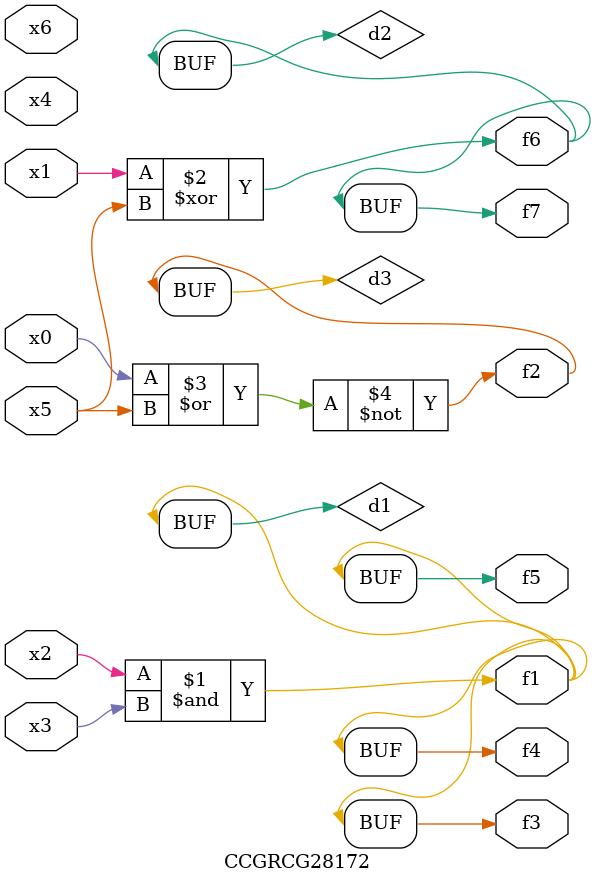
<source format=v>
module CCGRCG28172(
	input x0, x1, x2, x3, x4, x5, x6,
	output f1, f2, f3, f4, f5, f6, f7
);

	wire d1, d2, d3;

	and (d1, x2, x3);
	xor (d2, x1, x5);
	nor (d3, x0, x5);
	assign f1 = d1;
	assign f2 = d3;
	assign f3 = d1;
	assign f4 = d1;
	assign f5 = d1;
	assign f6 = d2;
	assign f7 = d2;
endmodule

</source>
